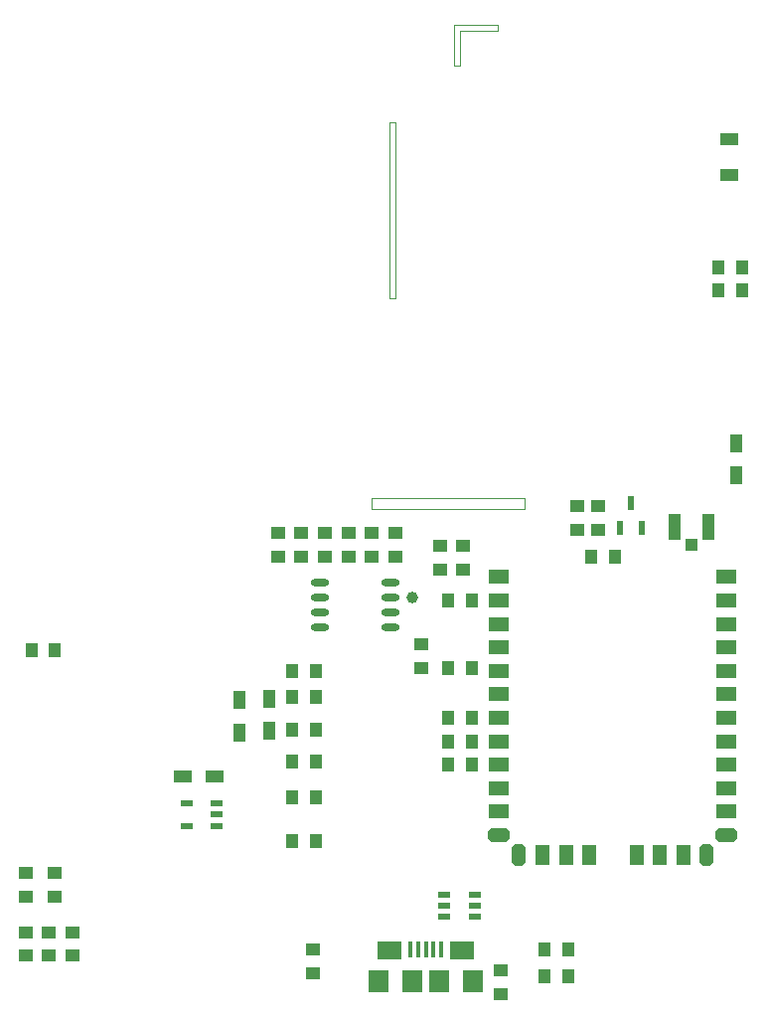
<source format=gtp>
G04 Layer_Color=8421504*
%FSLAX25Y25*%
%MOIN*%
G70*
G01*
G75*
%ADD10R,0.07087X0.04724*%
G04:AMPARAMS|DCode=11|XSize=47.24mil|YSize=70.87mil|CornerRadius=0mil|HoleSize=0mil|Usage=FLASHONLY|Rotation=90.000|XOffset=0mil|YOffset=0mil|HoleType=Round|Shape=Octagon|*
%AMOCTAGOND11*
4,1,8,-0.03543,-0.01181,-0.03543,0.01181,-0.02362,0.02362,0.02362,0.02362,0.03543,0.01181,0.03543,-0.01181,0.02362,-0.02362,-0.02362,-0.02362,-0.03543,-0.01181,0.0*
%
%ADD11OCTAGOND11*%

G04:AMPARAMS|DCode=12|XSize=47.24mil|YSize=70.87mil|CornerRadius=0mil|HoleSize=0mil|Usage=FLASHONLY|Rotation=180.000|XOffset=0mil|YOffset=0mil|HoleType=Round|Shape=Octagon|*
%AMOCTAGOND12*
4,1,8,0.01181,-0.03543,-0.01181,-0.03543,-0.02362,-0.02362,-0.02362,0.02362,-0.01181,0.03543,0.01181,0.03543,0.02362,0.02362,0.02362,-0.02362,0.01181,-0.03543,0.0*
%
%ADD12OCTAGOND12*%

%ADD13R,0.04724X0.07087*%
%ADD14R,0.06299X0.03937*%
%ADD15R,0.03937X0.04921*%
%ADD16R,0.04921X0.03937*%
%ADD17R,0.03937X0.05905*%
%ADD18R,0.03937X0.04134*%
%ADD19R,0.04134X0.08661*%
%ADD20R,0.04331X0.02362*%
%ADD21O,0.06291X0.02362*%
%ADD22R,0.02362X0.05118*%
%ADD23R,0.01575X0.05512*%
%ADD24R,0.08268X0.06299*%
%ADD25R,0.07087X0.07480*%
%ADD26R,0.06890X0.07480*%
%ADD27R,0.05905X0.03937*%
%ADD28C,0.03937*%
%ADD43C,0.00394*%
D10*
X176575Y144685D02*
D03*
Y136811D02*
D03*
Y121063D02*
D03*
Y128937D02*
D03*
Y97441D02*
D03*
Y89567D02*
D03*
Y105315D02*
D03*
Y113189D02*
D03*
Y81693D02*
D03*
Y73819D02*
D03*
Y65945D02*
D03*
X252953D02*
D03*
Y73819D02*
D03*
Y81693D02*
D03*
Y113189D02*
D03*
Y105315D02*
D03*
Y89567D02*
D03*
Y97441D02*
D03*
Y128937D02*
D03*
Y121063D02*
D03*
Y136811D02*
D03*
Y144685D02*
D03*
D11*
X176575Y58071D02*
D03*
X252953Y58071D02*
D03*
D12*
X183268Y51378D02*
D03*
X246260D02*
D03*
D13*
X191142D02*
D03*
X199016D02*
D03*
X206890D02*
D03*
X222638D02*
D03*
X230512D02*
D03*
X238386D02*
D03*
D14*
X253937Y291339D02*
D03*
Y279528D02*
D03*
D15*
X215354Y151575D02*
D03*
X207480D02*
D03*
X19685Y120079D02*
D03*
X27559D02*
D03*
X115157Y113189D02*
D03*
X107283D02*
D03*
Y93504D02*
D03*
X115157D02*
D03*
X107283Y82677D02*
D03*
X115157D02*
D03*
Y70866D02*
D03*
X107283D02*
D03*
X167323Y136811D02*
D03*
X159449D02*
D03*
X159449Y81693D02*
D03*
X167323D02*
D03*
X250295Y240748D02*
D03*
X258169D02*
D03*
X250295Y248524D02*
D03*
X258169D02*
D03*
X115157Y104331D02*
D03*
X107283D02*
D03*
X191929Y10827D02*
D03*
X199803D02*
D03*
X159449Y89567D02*
D03*
X167323D02*
D03*
Y97441D02*
D03*
X159449D02*
D03*
X191929Y19685D02*
D03*
X199803D02*
D03*
X159449Y114173D02*
D03*
X167323D02*
D03*
X115157Y56102D02*
D03*
X107283D02*
D03*
D16*
X202756Y160433D02*
D03*
Y168307D02*
D03*
X125984Y151575D02*
D03*
Y159449D02*
D03*
X133858D02*
D03*
Y151575D02*
D03*
X141732D02*
D03*
Y159449D02*
D03*
X25591Y17717D02*
D03*
Y25591D02*
D03*
X33465D02*
D03*
Y17717D02*
D03*
X156890Y147244D02*
D03*
Y155118D02*
D03*
X164469D02*
D03*
Y147244D02*
D03*
X118110Y151575D02*
D03*
Y159449D02*
D03*
X110236Y151575D02*
D03*
Y159449D02*
D03*
X102362D02*
D03*
Y151575D02*
D03*
X17717Y45276D02*
D03*
Y37402D02*
D03*
Y25591D02*
D03*
Y17717D02*
D03*
X114173Y19685D02*
D03*
Y11811D02*
D03*
X27559Y45276D02*
D03*
Y37402D02*
D03*
X209646Y168307D02*
D03*
Y160433D02*
D03*
X177165Y4921D02*
D03*
Y12795D02*
D03*
X150492Y114173D02*
D03*
Y122047D02*
D03*
D17*
X89567Y103347D02*
D03*
Y92520D02*
D03*
X256201Y178642D02*
D03*
Y189469D02*
D03*
X99410Y103839D02*
D03*
Y93012D02*
D03*
D18*
X241142Y155413D02*
D03*
D19*
X235335Y161417D02*
D03*
X246949D02*
D03*
D20*
X158268Y30709D02*
D03*
Y34449D02*
D03*
Y38189D02*
D03*
X168504D02*
D03*
Y34449D02*
D03*
Y30709D02*
D03*
X81890Y61221D02*
D03*
Y64961D02*
D03*
Y68701D02*
D03*
X71653D02*
D03*
Y61221D02*
D03*
D21*
X116437Y142736D02*
D03*
Y137736D02*
D03*
Y132736D02*
D03*
Y127736D02*
D03*
X140059Y142736D02*
D03*
Y137736D02*
D03*
Y132736D02*
D03*
Y127736D02*
D03*
D22*
X220866Y169488D02*
D03*
X224606Y161221D02*
D03*
X217126D02*
D03*
D23*
X146850Y19685D02*
D03*
X149409D02*
D03*
X151969D02*
D03*
X154528D02*
D03*
X157087D02*
D03*
D24*
X139764Y19291D02*
D03*
X164173D02*
D03*
D25*
X136221Y9252D02*
D03*
X167717D02*
D03*
D26*
X147539D02*
D03*
X156398D02*
D03*
D27*
X70374Y77756D02*
D03*
X81201D02*
D03*
D28*
X147382Y137736D02*
D03*
D43*
X139764Y238189D02*
X141732D01*
X139764D02*
Y297244D01*
X141732D01*
Y238189D02*
Y297244D01*
X185039Y167323D02*
Y171260D01*
X133858Y167323D02*
X185039D01*
X133858D02*
Y171260D01*
X185039D01*
X163386Y315945D02*
Y327756D01*
X176181D01*
Y329724D01*
X161417D02*
X176181D01*
X161417Y315945D02*
Y329724D01*
Y315945D02*
X163386D01*
M02*

</source>
